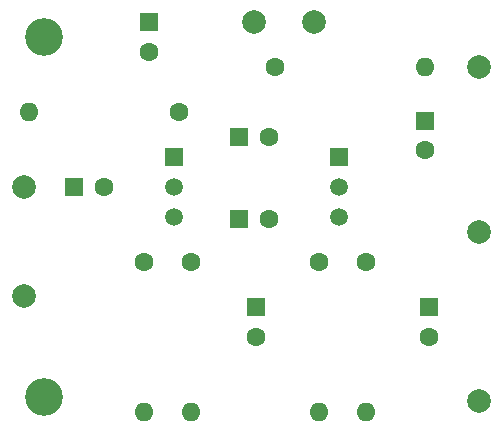
<source format=gts>
%TF.GenerationSoftware,KiCad,Pcbnew,(6.0.0)*%
%TF.CreationDate,2023-03-17T17:00:08+09:00*%
%TF.ProjectId,2sk117 amplifier,32736b31-3137-4206-916d-706c69666965,rev?*%
%TF.SameCoordinates,Original*%
%TF.FileFunction,Soldermask,Top*%
%TF.FilePolarity,Negative*%
%FSLAX46Y46*%
G04 Gerber Fmt 4.6, Leading zero omitted, Abs format (unit mm)*
G04 Created by KiCad (PCBNEW (6.0.0)) date 2023-03-17 17:00:08*
%MOMM*%
%LPD*%
G01*
G04 APERTURE LIST*
%ADD10R,1.600000X1.600000*%
%ADD11C,1.600000*%
%ADD12C,2.000000*%
%ADD13R,1.500000X1.500000*%
%ADD14C,1.500000*%
%ADD15C,3.200000*%
%ADD16O,1.600000X1.600000*%
G04 APERTURE END LIST*
D10*
X54619534Y-68720051D03*
D11*
X57119534Y-68720051D03*
D12*
X60960000Y-52070000D03*
D13*
X63050000Y-63490000D03*
D14*
X63050000Y-66030000D03*
X63050000Y-68570000D03*
D12*
X74930000Y-55880000D03*
D10*
X46990000Y-52070000D03*
D11*
X46990000Y-54570000D03*
D10*
X70710982Y-76207322D03*
D11*
X70710982Y-78707322D03*
D15*
X38100000Y-53340000D03*
D11*
X61365849Y-72386832D03*
D16*
X61365849Y-85086832D03*
D11*
X49530000Y-59690000D03*
D16*
X36830000Y-59690000D03*
D11*
X46523160Y-72352850D03*
D16*
X46523160Y-85052850D03*
D10*
X70359662Y-60397886D03*
D11*
X70359662Y-62897886D03*
D12*
X36382230Y-66040000D03*
D13*
X49080000Y-63490000D03*
D14*
X49080000Y-66030000D03*
X49080000Y-68570000D03*
D15*
X38100000Y-83820000D03*
D11*
X57615623Y-55880000D03*
D16*
X70315623Y-55880000D03*
D11*
X65370906Y-72386832D03*
D16*
X65370906Y-85086832D03*
D12*
X36382230Y-75271359D03*
X74930000Y-69850000D03*
X74930000Y-84147172D03*
X55880000Y-52070000D03*
D11*
X50537976Y-72352850D03*
D16*
X50537976Y-85052850D03*
D10*
X54619534Y-61810834D03*
D11*
X57119534Y-61810834D03*
D10*
X56025773Y-76207322D03*
D11*
X56025773Y-78707322D03*
D10*
X40640000Y-66040000D03*
D11*
X43140000Y-66040000D03*
M02*

</source>
